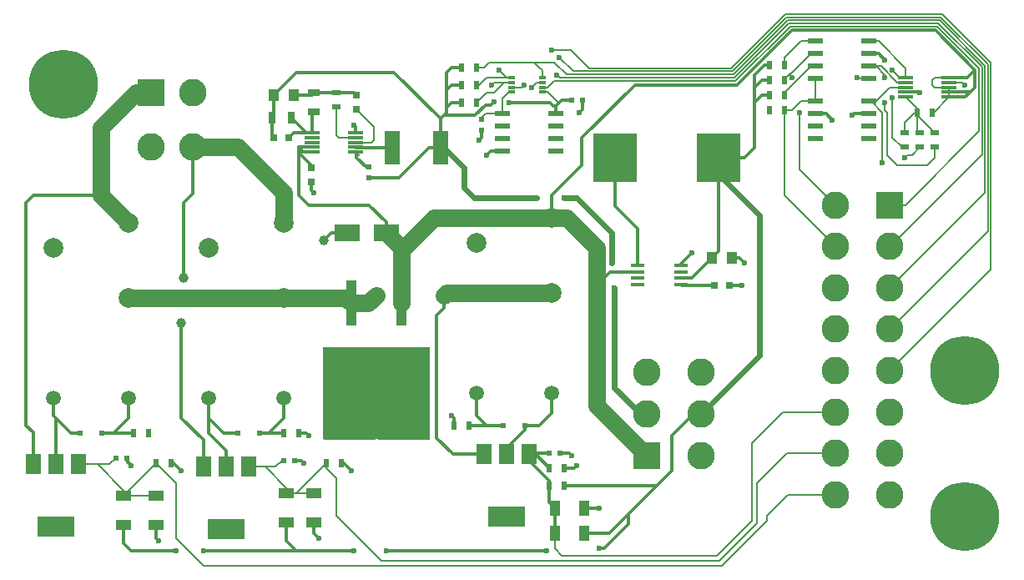
<source format=gtl>
G04 #@! TF.FileFunction,Copper,L1,Top,Signal*
%FSLAX46Y46*%
G04 Gerber Fmt 4.6, Leading zero omitted, Abs format (unit mm)*
G04 Created by KiCad (PCBNEW 4.0.7-e2-6376~58~ubuntu16.04.1) date Sat Jul 21 13:27:42 2018*
%MOMM*%
%LPD*%
G01*
G04 APERTURE LIST*
%ADD10C,0.100000*%
%ADD11R,0.600000X0.500000*%
%ADD12R,0.500000X0.600000*%
%ADD13R,0.750000X0.800000*%
%ADD14R,0.800000X0.750000*%
%ADD15R,1.000000X1.250000*%
%ADD16R,0.500000X0.500000*%
%ADD17R,2.500000X1.800000*%
%ADD18R,1.600000X1.000000*%
%ADD19R,1.000000X1.600000*%
%ADD20R,2.800000X2.800000*%
%ADD21C,2.800000*%
%ADD22C,1.520000*%
%ADD23C,2.000000*%
%ADD24R,1.600000X3.500000*%
%ADD25R,4.500000X5.000000*%
%ADD26R,3.800000X2.000000*%
%ADD27R,1.500000X2.000000*%
%ADD28R,0.500000X0.900000*%
%ADD29R,1.100000X4.600000*%
%ADD30R,10.800000X9.400000*%
%ADD31R,5.250000X4.550000*%
%ADD32R,0.900000X0.500000*%
%ADD33R,1.300000X0.700000*%
%ADD34R,0.700000X1.300000*%
%ADD35R,1.600000X0.300000*%
%ADD36R,1.550000X0.600000*%
%ADD37R,0.800000X0.300000*%
%ADD38R,1.400000X0.400000*%
%ADD39C,7.000000*%
%ADD40C,0.800000*%
%ADD41C,0.600000*%
%ADD42C,1.000000*%
%ADD43C,0.350000*%
%ADD44C,0.150000*%
%ADD45C,1.800000*%
%ADD46C,0.600000*%
G04 APERTURE END LIST*
D10*
D11*
X182160000Y-78486000D03*
X181060000Y-78486000D03*
D12*
X171958000Y-80476000D03*
X171958000Y-81576000D03*
D11*
X134832000Y-114808000D03*
X135932000Y-114808000D03*
X178774000Y-114300000D03*
X179874000Y-114300000D03*
X151850000Y-115062000D03*
X152950000Y-115062000D03*
D13*
X154686000Y-85356000D03*
X154686000Y-86856000D03*
X159258000Y-77990000D03*
X159258000Y-79490000D03*
D12*
X160528000Y-85302000D03*
X160528000Y-86402000D03*
D14*
X152388000Y-82296000D03*
X150888000Y-82296000D03*
D15*
X150892000Y-77978000D03*
X152892000Y-77978000D03*
D14*
X197092000Y-97282000D03*
X195592000Y-97282000D03*
D15*
X195342000Y-94488000D03*
X197342000Y-94488000D03*
D16*
X131234000Y-112268000D03*
X133434000Y-112268000D03*
X147236000Y-112268000D03*
X149436000Y-112268000D03*
X176360000Y-111506000D03*
X174160000Y-111506000D03*
D17*
X162274000Y-91948000D03*
X158274000Y-91948000D03*
D18*
X135636000Y-121642000D03*
X135636000Y-118642000D03*
X138938000Y-118642000D03*
X138938000Y-121642000D03*
D19*
X182348000Y-122428000D03*
X179348000Y-122428000D03*
X179348000Y-119888000D03*
X182348000Y-119888000D03*
D18*
X152146000Y-121388000D03*
X152146000Y-118388000D03*
X154940000Y-118388000D03*
X154940000Y-121388000D03*
D20*
X138430000Y-77724000D03*
D21*
X142630000Y-77724000D03*
X138430000Y-83224000D03*
X142630000Y-83224000D03*
D20*
X188722000Y-114554000D03*
D21*
X188722000Y-110354000D03*
X188722000Y-106154000D03*
X194222000Y-114554000D03*
X194222000Y-110354000D03*
X194222000Y-106154000D03*
D20*
X213360000Y-89154000D03*
D21*
X213360000Y-93354000D03*
X213360000Y-97554000D03*
X213360000Y-101754000D03*
X213360000Y-105954000D03*
X213360000Y-110154000D03*
X213360000Y-114354000D03*
X213360000Y-118554000D03*
X207860000Y-89154000D03*
X207860000Y-93354000D03*
X207860000Y-97554000D03*
X207860000Y-101754000D03*
X207860000Y-105954000D03*
X207860000Y-110154000D03*
X207860000Y-114354000D03*
X207860000Y-118554000D03*
D22*
X136144000Y-108712000D03*
D23*
X136144000Y-98552000D03*
X136144000Y-90932000D03*
X128524000Y-93472000D03*
D22*
X128524000Y-108712000D03*
X151892000Y-108712000D03*
D23*
X151892000Y-98552000D03*
X151892000Y-90932000D03*
X144272000Y-93472000D03*
D22*
X144272000Y-108712000D03*
X179070000Y-108204000D03*
D23*
X179070000Y-98044000D03*
X179070000Y-90424000D03*
X171450000Y-92964000D03*
D22*
X171450000Y-108204000D03*
D24*
X167794000Y-83312000D03*
X162914000Y-83312000D03*
D25*
X185504000Y-84328000D03*
X196004000Y-84328000D03*
D26*
X128778000Y-121768000D03*
D27*
X128778000Y-115468000D03*
X126478000Y-115468000D03*
X131078000Y-115468000D03*
D26*
X146050000Y-122022000D03*
D27*
X146050000Y-115722000D03*
X143750000Y-115722000D03*
X148350000Y-115722000D03*
D26*
X174498000Y-120752000D03*
D27*
X174498000Y-114452000D03*
X172198000Y-114452000D03*
X176798000Y-114452000D03*
D28*
X138950000Y-115316000D03*
X140450000Y-115316000D03*
X156222000Y-115316000D03*
X157722000Y-115316000D03*
X136664000Y-112268000D03*
X138164000Y-112268000D03*
X151904000Y-112268000D03*
X153404000Y-112268000D03*
X178828000Y-117602000D03*
X180328000Y-117602000D03*
D29*
X163830000Y-99127000D03*
X158750000Y-99127000D03*
D30*
X161290000Y-108277000D03*
D31*
X158515000Y-110702000D03*
X164065000Y-105852000D03*
X164065000Y-110702000D03*
X158515000Y-105852000D03*
D28*
X170676000Y-111506000D03*
X169176000Y-111506000D03*
X180328000Y-115824000D03*
X178828000Y-115824000D03*
X216166000Y-79756000D03*
X217666000Y-79756000D03*
D32*
X214884000Y-81800000D03*
X214884000Y-83300000D03*
X217932000Y-81800000D03*
X217932000Y-83300000D03*
X216408000Y-81800000D03*
X216408000Y-83300000D03*
D28*
X201180000Y-74930000D03*
X202680000Y-74930000D03*
X201180000Y-77978000D03*
X202680000Y-77978000D03*
X201180000Y-79502000D03*
X202680000Y-79502000D03*
X201180000Y-76454000D03*
X202680000Y-76454000D03*
X169938000Y-76962000D03*
X171438000Y-76962000D03*
X169938000Y-78740000D03*
X171438000Y-78740000D03*
X169938000Y-75184000D03*
X171438000Y-75184000D03*
D32*
X157226000Y-79236000D03*
X157226000Y-77736000D03*
D33*
X154940000Y-79690000D03*
X154940000Y-77790000D03*
D34*
X150688000Y-80264000D03*
X152588000Y-80264000D03*
D35*
X219370000Y-78216000D03*
X219370000Y-77716000D03*
X219370000Y-77216000D03*
X219370000Y-76716000D03*
X219370000Y-76216000D03*
X214970000Y-76216000D03*
X214970000Y-76716000D03*
X214970000Y-77216000D03*
X214970000Y-77716000D03*
X214970000Y-78216000D03*
D36*
X205834000Y-72517000D03*
X205834000Y-73787000D03*
X205834000Y-75057000D03*
X205834000Y-76327000D03*
X211234000Y-76327000D03*
X211234000Y-75057000D03*
X211234000Y-73787000D03*
X211234000Y-72517000D03*
X205834000Y-78613000D03*
X205834000Y-79883000D03*
X205834000Y-81153000D03*
X205834000Y-82423000D03*
X211234000Y-82423000D03*
X211234000Y-81153000D03*
X211234000Y-79883000D03*
X211234000Y-78613000D03*
D37*
X174980000Y-76212000D03*
X174980000Y-76712000D03*
X174980000Y-77212000D03*
X174980000Y-77712000D03*
X178080000Y-77712000D03*
X178080000Y-77212000D03*
X178080000Y-76712000D03*
X178080000Y-76212000D03*
D36*
X174084000Y-79883000D03*
X174084000Y-81153000D03*
X174084000Y-82423000D03*
X174084000Y-83693000D03*
X179484000Y-83693000D03*
X179484000Y-82423000D03*
X179484000Y-81153000D03*
X179484000Y-79883000D03*
D35*
X159172000Y-83804000D03*
X159172000Y-83304000D03*
X159172000Y-82804000D03*
X159172000Y-82304000D03*
X159172000Y-81804000D03*
X154772000Y-81804000D03*
X154772000Y-82304000D03*
X154772000Y-82804000D03*
X154772000Y-83304000D03*
X154772000Y-83804000D03*
D38*
X187792000Y-95291000D03*
X187792000Y-95941000D03*
X187792000Y-96591000D03*
X187792000Y-97241000D03*
X192192000Y-97241000D03*
X192192000Y-96591000D03*
X192192000Y-95941000D03*
X192192000Y-95291000D03*
D39*
X220980000Y-120747690D03*
D40*
X223605000Y-120747690D03*
X222836155Y-122603845D03*
X220980000Y-123372690D03*
X219123845Y-122603845D03*
X218355000Y-120747690D03*
X219123845Y-118891535D03*
X220980000Y-118122690D03*
X222836155Y-118891535D03*
D39*
X220980000Y-105996155D03*
D40*
X223605000Y-105996155D03*
X222836155Y-107852310D03*
X220980000Y-108621155D03*
X219123845Y-107852310D03*
X218355000Y-105996155D03*
X219123845Y-104140000D03*
X220980000Y-103371155D03*
X222836155Y-104140000D03*
D39*
X129540000Y-76883845D03*
D40*
X132165000Y-76883845D03*
X131396155Y-78740000D03*
X129540000Y-79508845D03*
X127683845Y-78740000D03*
X126915000Y-76883845D03*
X127683845Y-75027690D03*
X129540000Y-74258845D03*
X131396155Y-75027690D03*
D41*
X207518000Y-80518000D03*
X210058000Y-76200000D03*
X183896000Y-119888000D03*
X181102000Y-114554000D03*
X181610000Y-115570000D03*
X168910000Y-110490000D03*
X154432000Y-112522000D03*
X158750000Y-116078000D03*
X153924000Y-115316000D03*
X155448000Y-122936000D03*
X139192000Y-123190000D03*
X141478000Y-116078000D03*
X136398000Y-115570000D03*
X216408000Y-77724000D03*
X193294000Y-93980000D03*
X198628000Y-94996000D03*
X198374000Y-97282000D03*
X209550000Y-80010000D03*
X220980000Y-76962000D03*
X212852000Y-74422000D03*
X177038000Y-77216000D03*
X181864000Y-79756000D03*
X172466000Y-84074000D03*
X171704000Y-82550000D03*
X154940000Y-87884000D03*
X159004000Y-81026000D03*
D42*
X155956000Y-92710000D03*
D41*
X143764000Y-124206000D03*
X140970000Y-124206000D03*
X183896000Y-123952000D03*
X178562000Y-124206000D03*
X162306000Y-124206000D03*
X159004000Y-124206000D03*
D42*
X141478000Y-101092000D03*
X141732000Y-96520000D03*
D41*
X173168000Y-78734000D03*
X174718000Y-78759000D03*
X177546000Y-88392000D03*
X180340000Y-88392000D03*
X185166000Y-94996000D03*
X185420000Y-97536000D03*
X203454000Y-76200000D03*
X204216000Y-79756000D03*
X179070000Y-73406000D03*
X172974000Y-76962000D03*
X179578000Y-75946000D03*
X176276000Y-76962000D03*
X179832000Y-74168000D03*
X173736000Y-75438000D03*
D42*
X168148000Y-98298000D03*
X161290000Y-98298000D03*
D41*
X213614000Y-78232000D03*
X213614000Y-75438000D03*
X212852000Y-76200000D03*
X212852000Y-78740000D03*
X212598000Y-84836000D03*
X214884000Y-84328000D03*
D43*
X205834000Y-79883000D02*
X206883000Y-79883000D01*
X206883000Y-79883000D02*
X207518000Y-80518000D01*
D44*
X211234000Y-76327000D02*
X210185000Y-76327000D01*
X210185000Y-76327000D02*
X210058000Y-76200000D01*
D43*
X182348000Y-119888000D02*
X183896000Y-119888000D01*
X179874000Y-114300000D02*
X180848000Y-114300000D01*
X180848000Y-114300000D02*
X181102000Y-114554000D01*
X180328000Y-115824000D02*
X181356000Y-115824000D01*
X181356000Y-115824000D02*
X181610000Y-115570000D01*
X169176000Y-111506000D02*
X169176000Y-110756000D01*
X169176000Y-110756000D02*
X168910000Y-110490000D01*
X153404000Y-112268000D02*
X154178000Y-112268000D01*
X154178000Y-112268000D02*
X154432000Y-112522000D01*
X157722000Y-115316000D02*
X157988000Y-115316000D01*
X157988000Y-115316000D02*
X158750000Y-116078000D01*
X152950000Y-115062000D02*
X153670000Y-115062000D01*
X153670000Y-115062000D02*
X153924000Y-115316000D01*
X154940000Y-121388000D02*
X154940000Y-122428000D01*
X154940000Y-122428000D02*
X155448000Y-122936000D01*
X138938000Y-121642000D02*
X138938000Y-122936000D01*
X138938000Y-122936000D02*
X139192000Y-123190000D01*
X140450000Y-115316000D02*
X140716000Y-115316000D01*
X140716000Y-115316000D02*
X141478000Y-116078000D01*
X135932000Y-114808000D02*
X135932000Y-115104000D01*
X135932000Y-115104000D02*
X136398000Y-115570000D01*
X214970000Y-77716000D02*
X216400000Y-77716000D01*
X216400000Y-77716000D02*
X216408000Y-77724000D01*
X192192000Y-95291000D02*
X192192000Y-95082000D01*
X192192000Y-95082000D02*
X193294000Y-93980000D01*
X197342000Y-94488000D02*
X198120000Y-94488000D01*
X198120000Y-94488000D02*
X198628000Y-94996000D01*
X197092000Y-97282000D02*
X198374000Y-97282000D01*
X211234000Y-79883000D02*
X209677000Y-79883000D01*
X209677000Y-79883000D02*
X209550000Y-80010000D01*
D44*
X219370000Y-76716000D02*
X220734000Y-76716000D01*
X220734000Y-76716000D02*
X220980000Y-76962000D01*
D43*
X211234000Y-73787000D02*
X212217000Y-73787000D01*
X212217000Y-73787000D02*
X212852000Y-74422000D01*
D44*
X178080000Y-76712000D02*
X177542000Y-76712000D01*
X177542000Y-76712000D02*
X177038000Y-77216000D01*
D43*
X182160000Y-78486000D02*
X182160000Y-79460000D01*
X182160000Y-79460000D02*
X181864000Y-79756000D01*
X174084000Y-83693000D02*
X172847000Y-83693000D01*
X172847000Y-83693000D02*
X172466000Y-84074000D01*
X171958000Y-81576000D02*
X171958000Y-82296000D01*
X171958000Y-82296000D02*
X171704000Y-82550000D01*
X154686000Y-86856000D02*
X154686000Y-87630000D01*
X154686000Y-87630000D02*
X154940000Y-87884000D01*
X159172000Y-81804000D02*
X159172000Y-81194000D01*
X159172000Y-81194000D02*
X159004000Y-81026000D01*
X158274000Y-91948000D02*
X156718000Y-91948000D01*
X156718000Y-91948000D02*
X155956000Y-92710000D01*
D44*
X181610000Y-124714000D02*
X195834000Y-124714000D01*
X195834000Y-124714000D02*
X199390000Y-121158000D01*
X199390000Y-121158000D02*
X199390000Y-113284000D01*
X199390000Y-113284000D02*
X202520000Y-110154000D01*
X202520000Y-110154000D02*
X207860000Y-110154000D01*
X179348000Y-122428000D02*
X179348000Y-123976000D01*
X179348000Y-123976000D02*
X180086000Y-124714000D01*
X180086000Y-124714000D02*
X181610000Y-124714000D01*
D43*
X179348000Y-119888000D02*
X179348000Y-122428000D01*
X178828000Y-117602000D02*
X178828000Y-119368000D01*
X178828000Y-119368000D02*
X179348000Y-119888000D01*
X176798000Y-114452000D02*
X176798000Y-115076000D01*
X176798000Y-115076000D02*
X178828000Y-117106000D01*
X178828000Y-117106000D02*
X178828000Y-117602000D01*
X176798000Y-114452000D02*
X177456000Y-114452000D01*
X177456000Y-114452000D02*
X178828000Y-115824000D01*
X176798000Y-114452000D02*
X177140000Y-114452000D01*
X177140000Y-114452000D02*
X177292000Y-114300000D01*
X177292000Y-114300000D02*
X178774000Y-114300000D01*
X217992033Y-71434033D02*
X221996000Y-75438000D01*
X203390965Y-71434033D02*
X217992033Y-71434033D01*
X197865943Y-76959055D02*
X203390965Y-71434033D01*
X187530761Y-76959055D02*
X197865943Y-76959055D01*
X182118000Y-82371816D02*
X187530761Y-76959055D01*
X179070000Y-88138000D02*
X182118000Y-85090000D01*
X179070000Y-90424000D02*
X179070000Y-88138000D01*
X182118000Y-85090000D02*
X182118000Y-82371816D01*
X221996000Y-75438000D02*
X221234000Y-76200000D01*
X221234000Y-76200000D02*
X219386000Y-76200000D01*
X219386000Y-76200000D02*
X219370000Y-76216000D01*
X221996000Y-76216000D02*
X221996000Y-76200000D01*
X219370000Y-77716000D02*
X221496000Y-77716000D01*
X221496000Y-77716000D02*
X221488000Y-77724000D01*
X221996000Y-76962000D02*
X221996000Y-77216000D01*
X221996000Y-77216000D02*
X221488000Y-77724000D01*
X221488000Y-77724000D02*
X220996000Y-78216000D01*
X220996000Y-78216000D02*
X219370000Y-78216000D01*
X221996000Y-75438000D02*
X221996000Y-76200000D01*
X221996000Y-76200000D02*
X221996000Y-76962000D01*
D44*
X219370000Y-77216000D02*
X217932000Y-77216000D01*
X217932000Y-77216000D02*
X217678000Y-76962000D01*
X217678000Y-76962000D02*
X217678000Y-76454000D01*
X217678000Y-76454000D02*
X217916000Y-76216000D01*
X217916000Y-76216000D02*
X219370000Y-76216000D01*
X219370000Y-77716000D02*
X219370000Y-77216000D01*
X219370000Y-78216000D02*
X219370000Y-77716000D01*
X217666000Y-79756000D02*
X217830000Y-79756000D01*
X217830000Y-79756000D02*
X219370000Y-78216000D01*
D43*
X153670000Y-83304000D02*
X153670000Y-83566000D01*
X154686000Y-85356000D02*
X154686000Y-85090000D01*
X154686000Y-85090000D02*
X153670000Y-84074000D01*
X153416000Y-84074000D02*
X153416000Y-83312000D01*
X153416000Y-83312000D02*
X153424000Y-83304000D01*
X153424000Y-83304000D02*
X153670000Y-83304000D01*
X153670000Y-83304000D02*
X154772000Y-83304000D01*
X162274000Y-91948000D02*
X162274000Y-90900000D01*
X162274000Y-90900000D02*
X160528000Y-89154000D01*
X160528000Y-89154000D02*
X154432000Y-89154000D01*
X154432000Y-89154000D02*
X153416000Y-88138000D01*
X153416000Y-88138000D02*
X153416000Y-84074000D01*
X153416000Y-84074000D02*
X153686000Y-83804000D01*
X153686000Y-83804000D02*
X154772000Y-83804000D01*
X187792000Y-95941000D02*
X184983000Y-95941000D01*
X184983000Y-95941000D02*
X183642000Y-97282000D01*
X195592000Y-97282000D02*
X192233000Y-97282000D01*
X192233000Y-97282000D02*
X192192000Y-97241000D01*
D45*
X179070000Y-90424000D02*
X180594000Y-90424000D01*
X180594000Y-90424000D02*
X183642000Y-93472000D01*
X183642000Y-93472000D02*
X183642000Y-97282000D01*
X183642000Y-97282000D02*
X183642000Y-109474000D01*
X183642000Y-109474000D02*
X188722000Y-114554000D01*
X163830000Y-93980000D02*
X163830000Y-93726000D01*
X163830000Y-93726000D02*
X167132000Y-90424000D01*
X167132000Y-90424000D02*
X179070000Y-90424000D01*
X163830000Y-99127000D02*
X163830000Y-93980000D01*
X163830000Y-93980000D02*
X163830000Y-93504000D01*
X163830000Y-93504000D02*
X162274000Y-91948000D01*
D43*
X157226000Y-77736000D02*
X159004000Y-77736000D01*
X159004000Y-77736000D02*
X159258000Y-77990000D01*
X154940000Y-77790000D02*
X157172000Y-77790000D01*
X157172000Y-77790000D02*
X157226000Y-77736000D01*
X152892000Y-77978000D02*
X154752000Y-77978000D01*
X154752000Y-77978000D02*
X154940000Y-77790000D01*
D44*
X154874000Y-77724000D02*
X154940000Y-77790000D01*
X159172000Y-82804000D02*
X160782000Y-82804000D01*
X160782000Y-82804000D02*
X161036000Y-82550000D01*
X161036000Y-82550000D02*
X161036000Y-81268000D01*
X161036000Y-81268000D02*
X159258000Y-79490000D01*
X159172000Y-83804000D02*
X159242000Y-83804000D01*
X159242000Y-83804000D02*
X159512000Y-84074000D01*
X159258000Y-84074000D02*
X159512000Y-84074000D01*
X159172000Y-83804000D02*
X159172000Y-83988000D01*
X159172000Y-83988000D02*
X159258000Y-84074000D01*
X159172000Y-83804000D02*
X159172000Y-83988000D01*
X159172000Y-83988000D02*
X159258000Y-84074000D01*
D43*
X160528000Y-85302000D02*
X160232000Y-85302000D01*
X160232000Y-85302000D02*
X159258000Y-84328000D01*
X159258000Y-84328000D02*
X159258000Y-84074000D01*
X154772000Y-81804000D02*
X154772000Y-79858000D01*
X154772000Y-79858000D02*
X154940000Y-79690000D01*
X154772000Y-81804000D02*
X154128000Y-81804000D01*
X154128000Y-81804000D02*
X152588000Y-80264000D01*
X154772000Y-81804000D02*
X152880000Y-81804000D01*
X152880000Y-81804000D02*
X152388000Y-82296000D01*
X153416000Y-124206000D02*
X153162000Y-124206000D01*
X153162000Y-124206000D02*
X152146000Y-123190000D01*
X152146000Y-123190000D02*
X152146000Y-121388000D01*
X152146000Y-124206000D02*
X143764000Y-124206000D01*
X140970000Y-124206000D02*
X136398000Y-124206000D01*
X136398000Y-124206000D02*
X135636000Y-123444000D01*
X135636000Y-123444000D02*
X135636000Y-121642000D01*
X186817000Y-120523000D02*
X186817000Y-121539000D01*
X186817000Y-121539000D02*
X184404000Y-123952000D01*
X184404000Y-123952000D02*
X183896000Y-123952000D01*
X178562000Y-124206000D02*
X162306000Y-124206000D01*
X159004000Y-124206000D02*
X153416000Y-124206000D01*
X153416000Y-124206000D02*
X152146000Y-124206000D01*
X189865000Y-117475000D02*
X186817000Y-120523000D01*
X186817000Y-120523000D02*
X184912000Y-122428000D01*
X184912000Y-122428000D02*
X182348000Y-122428000D01*
X194222000Y-110354000D02*
X193430000Y-110354000D01*
X193430000Y-110354000D02*
X191262000Y-112522000D01*
X191262000Y-112522000D02*
X191262000Y-116078000D01*
X191262000Y-116078000D02*
X189865000Y-117475000D01*
X189865000Y-117475000D02*
X189738000Y-117602000D01*
X189738000Y-117602000D02*
X180328000Y-117602000D01*
D46*
X196004000Y-84328000D02*
X196004000Y-86022000D01*
X196004000Y-86022000D02*
X200152000Y-90170000D01*
X200152000Y-90170000D02*
X200152000Y-104424000D01*
X200152000Y-104424000D02*
X194222000Y-110354000D01*
D43*
X200660000Y-74930000D02*
X201180000Y-74930000D01*
X199644000Y-78740000D02*
X200406000Y-77978000D01*
X200406000Y-77978000D02*
X201180000Y-77978000D01*
X199644000Y-77470000D02*
X199644000Y-77216000D01*
X199644000Y-77216000D02*
X200406000Y-76454000D01*
X200406000Y-76454000D02*
X201180000Y-76454000D01*
X196004000Y-84328000D02*
X198628000Y-84328000D01*
X198628000Y-84328000D02*
X199644000Y-83312000D01*
X199644000Y-83312000D02*
X199644000Y-78740000D01*
X199644000Y-78740000D02*
X199644000Y-77470000D01*
X199644000Y-77470000D02*
X199644000Y-75946000D01*
X199644000Y-75946000D02*
X200660000Y-74930000D01*
X192192000Y-96591000D02*
X193239000Y-96591000D01*
X193239000Y-96591000D02*
X195342000Y-94488000D01*
X196004000Y-84328000D02*
X196004000Y-93826000D01*
X196004000Y-93826000D02*
X195342000Y-94488000D01*
X128778000Y-115468000D02*
X128778000Y-110744000D01*
X128778000Y-110744000D02*
X128524000Y-110490000D01*
X128524000Y-108712000D02*
X128524000Y-110490000D01*
X128524000Y-110490000D02*
X130302000Y-112268000D01*
X130302000Y-112268000D02*
X131234000Y-112268000D01*
X136664000Y-112268000D02*
X134366000Y-112268000D01*
X133434000Y-112268000D02*
X134366000Y-112268000D01*
X134366000Y-112268000D02*
X134620000Y-112268000D01*
X134620000Y-112268000D02*
X136144000Y-110744000D01*
X136144000Y-110744000D02*
X136144000Y-108712000D01*
X144272000Y-110744000D02*
X144272000Y-112268000D01*
X144272000Y-112268000D02*
X146050000Y-114046000D01*
X146050000Y-114046000D02*
X146050000Y-115722000D01*
X144272000Y-108712000D02*
X144272000Y-110744000D01*
X144272000Y-110744000D02*
X145796000Y-112268000D01*
X145796000Y-112268000D02*
X147236000Y-112268000D01*
X151904000Y-112268000D02*
X149436000Y-112268000D01*
X149436000Y-112268000D02*
X150368000Y-112268000D01*
X150368000Y-112268000D02*
X151892000Y-110744000D01*
X151892000Y-110744000D02*
X151892000Y-108712000D01*
X174498000Y-114452000D02*
X174498000Y-113792000D01*
X174498000Y-113792000D02*
X176360000Y-111930000D01*
X176360000Y-111930000D02*
X176360000Y-111506000D01*
X176360000Y-111506000D02*
X177800000Y-111506000D01*
X177800000Y-111506000D02*
X179070000Y-110236000D01*
X179070000Y-110236000D02*
X179070000Y-108204000D01*
X172466000Y-111506000D02*
X170676000Y-111506000D01*
X173736000Y-111506000D02*
X174160000Y-111506000D01*
X171450000Y-108204000D02*
X171450000Y-110490000D01*
X171450000Y-110490000D02*
X172466000Y-111506000D01*
X172466000Y-111506000D02*
X173736000Y-111506000D01*
X126478000Y-115468000D02*
X126478000Y-112254000D01*
X126478000Y-112254000D02*
X125730000Y-111506000D01*
X125730000Y-111506000D02*
X125730000Y-88900000D01*
X125730000Y-88900000D02*
X126492000Y-88138000D01*
X126492000Y-88138000D02*
X133350000Y-88138000D01*
D45*
X138430000Y-77724000D02*
X136906000Y-77724000D01*
X136906000Y-77724000D02*
X133350000Y-81280000D01*
X133350000Y-81280000D02*
X133350000Y-88138000D01*
X133350000Y-88138000D02*
X136144000Y-90932000D01*
D43*
X143750000Y-115722000D02*
X143750000Y-113016000D01*
X143750000Y-113016000D02*
X141478000Y-110744000D01*
X141478000Y-110744000D02*
X141478000Y-101092000D01*
X141732000Y-96520000D02*
X141732000Y-88900000D01*
X141732000Y-88900000D02*
X142630000Y-88002000D01*
X142630000Y-88002000D02*
X142630000Y-83224000D01*
D45*
X142630000Y-83224000D02*
X147232000Y-83224000D01*
X147232000Y-83224000D02*
X151892000Y-87884000D01*
X151892000Y-87884000D02*
X151892000Y-90932000D01*
D43*
X171293000Y-80059000D02*
X168099000Y-80059000D01*
X168099000Y-80059000D02*
X167794000Y-80364000D01*
X173168000Y-78734000D02*
X172868001Y-79033999D01*
X172868001Y-79033999D02*
X172318001Y-79033999D01*
X172318001Y-79033999D02*
X171293000Y-80059000D01*
X179197000Y-79088000D02*
X178868000Y-78759000D01*
X178868000Y-78759000D02*
X174718000Y-78759000D01*
X179484000Y-79088000D02*
X179197000Y-79088000D01*
X179484000Y-79088000D02*
X179797000Y-78775000D01*
X179797000Y-78775000D02*
X180086000Y-78486000D01*
D44*
X179693000Y-78775000D02*
X179797000Y-78775000D01*
X178080000Y-77712000D02*
X178630000Y-77712000D01*
X178630000Y-77712000D02*
X179693000Y-78775000D01*
D46*
X167794000Y-83312000D02*
X168148000Y-83312000D01*
X168148000Y-83312000D02*
X170180000Y-85344000D01*
X170180000Y-85344000D02*
X170180000Y-87376000D01*
X170180000Y-87376000D02*
X171196000Y-88392000D01*
X171196000Y-88392000D02*
X177546000Y-88392000D01*
X180340000Y-88392000D02*
X181610000Y-88392000D01*
X181610000Y-88392000D02*
X185166000Y-91948000D01*
X185166000Y-91948000D02*
X185166000Y-94996000D01*
X185420000Y-97536000D02*
X185420000Y-107696000D01*
X185420000Y-107696000D02*
X188078000Y-110354000D01*
X188078000Y-110354000D02*
X188722000Y-110354000D01*
D43*
X150688000Y-80264000D02*
X150688000Y-82096000D01*
X150688000Y-82096000D02*
X150888000Y-82296000D01*
X150892000Y-77978000D02*
X150892000Y-80060000D01*
X150892000Y-80060000D02*
X150688000Y-80264000D01*
X167794000Y-83312000D02*
X167794000Y-80418000D01*
X167794000Y-80418000D02*
X163068000Y-75692000D01*
X163068000Y-75692000D02*
X153178000Y-75692000D01*
X153178000Y-75692000D02*
X150892000Y-77978000D01*
X168402000Y-77470000D02*
X168910000Y-76962000D01*
X168910000Y-76962000D02*
X169938000Y-76962000D01*
X168402000Y-79502000D02*
X168402000Y-79248000D01*
X168402000Y-79248000D02*
X168910000Y-78740000D01*
X168910000Y-78740000D02*
X169938000Y-78740000D01*
X167794000Y-83312000D02*
X167794000Y-80364000D01*
X167794000Y-80364000D02*
X168402000Y-79756000D01*
X168402000Y-79756000D02*
X168402000Y-79502000D01*
X168402000Y-79502000D02*
X168402000Y-77470000D01*
X168402000Y-77470000D02*
X168402000Y-76962000D01*
X168402000Y-76962000D02*
X168402000Y-75692000D01*
X168402000Y-75692000D02*
X168910000Y-75184000D01*
X168910000Y-75184000D02*
X169938000Y-75184000D01*
X179484000Y-79883000D02*
X179484000Y-79088000D01*
X180086000Y-78486000D02*
X181060000Y-78486000D01*
X160528000Y-86402000D02*
X163534000Y-86402000D01*
X163534000Y-86402000D02*
X166624000Y-83312000D01*
X166624000Y-83312000D02*
X167794000Y-83312000D01*
D44*
X150434000Y-80010000D02*
X150688000Y-80264000D01*
X140970000Y-117348000D02*
X140970000Y-122936000D01*
X140970000Y-122936000D02*
X143764000Y-125730000D01*
X143764000Y-125730000D02*
X196342000Y-125730000D01*
X196342000Y-125730000D02*
X200914000Y-121158000D01*
X200914000Y-121158000D02*
X200914000Y-120650000D01*
X200914000Y-120650000D02*
X203010000Y-118554000D01*
X203010000Y-118554000D02*
X207860000Y-118554000D01*
X138950000Y-115316000D02*
X138950000Y-115328000D01*
X138950000Y-115328000D02*
X140970000Y-117348000D01*
X135636000Y-118642000D02*
X135636000Y-118630000D01*
X135636000Y-118630000D02*
X138950000Y-115316000D01*
X135636000Y-118642000D02*
X138938000Y-118642000D01*
X131078000Y-115468000D02*
X132994000Y-115468000D01*
X132994000Y-115468000D02*
X135636000Y-118110000D01*
X135636000Y-118110000D02*
X135636000Y-118642000D01*
X131078000Y-115468000D02*
X134172000Y-115468000D01*
X134172000Y-115468000D02*
X134832000Y-114808000D01*
X157226000Y-116840000D02*
X157226000Y-120650000D01*
X157226000Y-120650000D02*
X161798000Y-125222000D01*
X161798000Y-125222000D02*
X196088000Y-125222000D01*
X196088000Y-125222000D02*
X199898000Y-121412000D01*
X199898000Y-121412000D02*
X199898000Y-117348000D01*
X199898000Y-117348000D02*
X202892000Y-114354000D01*
X202892000Y-114354000D02*
X207860000Y-114354000D01*
X156222000Y-115316000D02*
X156222000Y-115836000D01*
X156222000Y-115836000D02*
X157226000Y-116840000D01*
X152146000Y-118388000D02*
X153150000Y-118388000D01*
X153150000Y-118388000D02*
X156222000Y-115316000D01*
X152146000Y-118388000D02*
X154940000Y-118388000D01*
X148350000Y-115722000D02*
X150012000Y-115722000D01*
X150012000Y-115722000D02*
X152146000Y-117856000D01*
X152146000Y-117856000D02*
X152146000Y-118388000D01*
X148350000Y-115722000D02*
X151028000Y-115722000D01*
X151028000Y-115722000D02*
X151688000Y-115062000D01*
X151688000Y-115062000D02*
X151850000Y-115062000D01*
X202680000Y-81534000D02*
X202680000Y-88174000D01*
X202680000Y-88174000D02*
X207860000Y-93354000D01*
X205834000Y-76327000D02*
X205834000Y-78613000D01*
X202680000Y-79502000D02*
X202680000Y-81534000D01*
X202680000Y-81534000D02*
X202680000Y-81776000D01*
X202680000Y-81776000D02*
X202692000Y-81788000D01*
X202680000Y-79502000D02*
X203454000Y-79502000D01*
X203454000Y-79502000D02*
X204343000Y-78613000D01*
X204343000Y-78613000D02*
X205834000Y-78613000D01*
X204216000Y-81534000D02*
X204216000Y-85510000D01*
X204216000Y-85510000D02*
X207860000Y-89154000D01*
X203194000Y-75940000D02*
X203454000Y-76200000D01*
X204216000Y-79756000D02*
X204216000Y-81534000D01*
X205834000Y-73787000D02*
X205359000Y-73787000D01*
X205359000Y-73787000D02*
X203454000Y-75692000D01*
X203454000Y-75692000D02*
X203442000Y-75692000D01*
X203442000Y-75692000D02*
X203194000Y-75940000D01*
X203194000Y-75940000D02*
X202680000Y-76454000D01*
X179070000Y-73406000D02*
X180965000Y-73406000D01*
X180965000Y-73406000D02*
X182843000Y-75284000D01*
X182843000Y-75284000D02*
X197278182Y-75284000D01*
X218693000Y-69809000D02*
X223596051Y-74712051D01*
X223596051Y-74712051D02*
X223596051Y-91942227D01*
X223568000Y-91970278D02*
X223568000Y-95746000D01*
X197278182Y-75284000D02*
X202753182Y-69809000D01*
X202753182Y-69809000D02*
X218693000Y-69809000D01*
X223596051Y-91942227D02*
X223568000Y-91970278D01*
X223568000Y-95746000D02*
X213360000Y-105954000D01*
X174244000Y-76712000D02*
X173224000Y-76712000D01*
X173224000Y-76712000D02*
X172974000Y-76962000D01*
X174980000Y-76712000D02*
X174244000Y-76712000D01*
X174244000Y-76712000D02*
X174240000Y-76712000D01*
X174240000Y-76712000D02*
X173228000Y-77724000D01*
X173228000Y-77724000D02*
X172466000Y-77724000D01*
X174498000Y-76708000D02*
X174976000Y-76708000D01*
X174976000Y-76708000D02*
X174980000Y-76712000D01*
X171438000Y-78740000D02*
X171450000Y-78740000D01*
X171450000Y-78740000D02*
X172466000Y-77724000D01*
X218157721Y-71034022D02*
X222396008Y-75272310D01*
X214910000Y-89154000D02*
X213360000Y-89154000D01*
X222396008Y-81667992D02*
X214910000Y-89154000D01*
X179282956Y-76559044D02*
X197700253Y-76559044D01*
X178080000Y-77212000D02*
X178630000Y-77212000D01*
X178630000Y-77212000D02*
X179282956Y-76559044D01*
X197700253Y-76559044D02*
X203225275Y-71034022D01*
X203225275Y-71034022D02*
X218157721Y-71034022D01*
X222396008Y-75272310D02*
X222396008Y-81667992D01*
X222696019Y-75148043D02*
X222696019Y-84017981D01*
X218281988Y-70734011D02*
X222696019Y-75148043D01*
X203101007Y-70734011D02*
X218281988Y-70734011D01*
X222696019Y-84017981D02*
X214759999Y-91954001D01*
X197589019Y-76245999D02*
X203101007Y-70734011D01*
X179877999Y-76245999D02*
X197589019Y-76245999D01*
X214759999Y-91954001D02*
X213360000Y-93354000D01*
X179578000Y-75946000D02*
X179877999Y-76245999D01*
X174980000Y-77212000D02*
X176026000Y-77212000D01*
X176026000Y-77212000D02*
X176276000Y-76962000D01*
X197526718Y-75884022D02*
X202976739Y-70434000D01*
X222996030Y-87917970D02*
X214759999Y-96154001D01*
X218406254Y-70434000D02*
X222996030Y-75023775D01*
X180532022Y-75884022D02*
X197526718Y-75884022D01*
X179324000Y-74676000D02*
X180532022Y-75884022D01*
X202976739Y-70434000D02*
X218406254Y-70434000D01*
X177292000Y-74676000D02*
X179324000Y-74676000D01*
X222996030Y-75023775D02*
X222996030Y-87917970D01*
X214759999Y-96154001D02*
X213360000Y-97554000D01*
X171438000Y-75184000D02*
X172212000Y-75184000D01*
X172212000Y-75184000D02*
X172720000Y-74676000D01*
X172720000Y-74676000D02*
X177292000Y-74676000D01*
X177292000Y-74676000D02*
X177800000Y-75184000D01*
X178080000Y-76212000D02*
X178080000Y-75464000D01*
X178080000Y-75464000D02*
X177800000Y-75184000D01*
X181248011Y-75584011D02*
X197402450Y-75584011D01*
X214759999Y-100354001D02*
X213360000Y-101754000D01*
X223296041Y-74887042D02*
X223296041Y-91817959D01*
X179832000Y-74168000D02*
X181248011Y-75584011D01*
X223296041Y-91817959D02*
X214759999Y-100354001D01*
X218518000Y-70109000D02*
X223296041Y-74887042D01*
X197402450Y-75584011D02*
X202877461Y-70109000D01*
X202877461Y-70109000D02*
X218518000Y-70109000D01*
X174980000Y-76212000D02*
X174510000Y-76212000D01*
X174510000Y-76212000D02*
X173736000Y-75438000D01*
X171438000Y-76962000D02*
X171704000Y-76962000D01*
X171704000Y-76962000D02*
X172454000Y-76212000D01*
X172454000Y-76212000D02*
X174980000Y-76212000D01*
D43*
X187792000Y-95291000D02*
X187792000Y-91526000D01*
X187792000Y-91526000D02*
X185504000Y-89238000D01*
X185504000Y-89238000D02*
X185504000Y-84328000D01*
X168148000Y-98298000D02*
X168148000Y-99568000D01*
X168148000Y-99568000D02*
X167386000Y-100330000D01*
X167386000Y-100330000D02*
X167386000Y-112776000D01*
X167386000Y-112776000D02*
X169062000Y-114452000D01*
X169062000Y-114452000D02*
X172198000Y-114452000D01*
D45*
X179070000Y-98044000D02*
X168402000Y-98044000D01*
X168402000Y-98044000D02*
X168148000Y-98298000D01*
X161290000Y-98298000D02*
X160461000Y-99127000D01*
X160461000Y-99127000D02*
X158750000Y-99127000D01*
X151892000Y-98552000D02*
X158175000Y-98552000D01*
X158175000Y-98552000D02*
X158750000Y-99127000D01*
X136144000Y-98552000D02*
X151892000Y-98552000D01*
D44*
X216166000Y-79756000D02*
X216166000Y-80022000D01*
X216166000Y-80022000D02*
X217170000Y-81026000D01*
X217170000Y-81026000D02*
X217170000Y-81038000D01*
X217170000Y-81038000D02*
X217932000Y-81800000D01*
X216166000Y-79756000D02*
X216166000Y-81558000D01*
X216166000Y-81558000D02*
X216408000Y-81800000D01*
X216166000Y-79756000D02*
X215900000Y-79756000D01*
X215900000Y-79756000D02*
X214884000Y-80772000D01*
X214884000Y-80772000D02*
X214884000Y-81800000D01*
X216166000Y-79756000D02*
X216166000Y-79412000D01*
X216166000Y-79412000D02*
X214970000Y-78216000D01*
X214884000Y-83300000D02*
X214618000Y-83300000D01*
X214618000Y-83300000D02*
X213614000Y-82296000D01*
X213614000Y-82296000D02*
X213614000Y-78232000D01*
X213614000Y-75438000D02*
X214392000Y-76216000D01*
X214392000Y-76216000D02*
X214970000Y-76216000D01*
X214970000Y-76216000D02*
X214970000Y-75270000D01*
X214970000Y-75270000D02*
X212217000Y-72517000D01*
X212217000Y-72517000D02*
X211234000Y-72517000D01*
X212852000Y-78740000D02*
X212852000Y-79502000D01*
X212852000Y-79502000D02*
X213106000Y-79756000D01*
X213106000Y-79756000D02*
X213106000Y-84074000D01*
X213106000Y-84074000D02*
X214122000Y-85090000D01*
X211234000Y-75057000D02*
X211963000Y-75057000D01*
X211963000Y-75057000D02*
X212852000Y-75946000D01*
X212852000Y-75946000D02*
X212852000Y-76200000D01*
X214122000Y-85090000D02*
X217170000Y-85090000D01*
X217170000Y-85090000D02*
X217932000Y-84328000D01*
X217932000Y-84328000D02*
X217932000Y-83300000D01*
X214970000Y-76716000D02*
X214130000Y-76716000D01*
X214130000Y-76716000D02*
X212471000Y-75057000D01*
X212471000Y-75057000D02*
X211234000Y-75057000D01*
X211234000Y-78613000D02*
X211455000Y-78613000D01*
X211455000Y-78613000D02*
X212598000Y-79756000D01*
X212598000Y-79756000D02*
X212598000Y-84836000D01*
X214884000Y-84328000D02*
X215138000Y-84074000D01*
X215138000Y-84074000D02*
X215634000Y-84074000D01*
X215634000Y-84074000D02*
X216408000Y-83300000D01*
X214970000Y-77216000D02*
X213360000Y-77216000D01*
X213360000Y-77216000D02*
X211963000Y-78613000D01*
X211963000Y-78613000D02*
X211234000Y-78613000D01*
X205834000Y-72517000D02*
X204343000Y-72517000D01*
X204343000Y-72517000D02*
X202680000Y-74180000D01*
X202680000Y-74180000D02*
X202680000Y-74930000D01*
X202680000Y-77978000D02*
X202680000Y-77736000D01*
X202680000Y-77736000D02*
X205359000Y-75057000D01*
X205359000Y-75057000D02*
X205834000Y-75057000D01*
X159172000Y-82304000D02*
X157488000Y-82304000D01*
X157488000Y-82304000D02*
X157226000Y-82042000D01*
X157226000Y-82042000D02*
X157226000Y-79236000D01*
D43*
X162914000Y-83312000D02*
X159180000Y-83312000D01*
X159180000Y-83312000D02*
X159172000Y-83304000D01*
D44*
X174084000Y-79883000D02*
X174084000Y-78326000D01*
X174084000Y-78326000D02*
X174698000Y-77712000D01*
X174698000Y-77712000D02*
X174980000Y-77712000D01*
X171958000Y-80476000D02*
X171958000Y-80264000D01*
X171958000Y-80264000D02*
X172339000Y-79883000D01*
X172339000Y-79883000D02*
X174084000Y-79883000D01*
M02*

</source>
